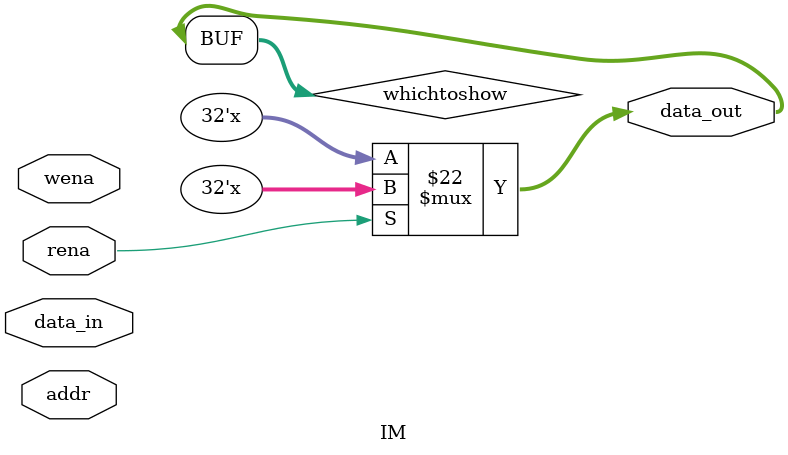
<source format=v>
module IM(
        input wena,
        input rena,
        input [31:0] addr,
        input [31:0] data_in,
        output [31:0] data_out
        );
    
    reg [31:0] state [0:4294967295];
    reg [31:0] whichtoshow;
     initial
     begin
     whichtoshow=32'bz;
     end


    always   @(addr)
    begin
        if(wena) 
        begin
            if(addr!=0) state[addr]<=data_in;
        end
         if(rena)
         whichtoshow=state[addr];
         else
         whichtoshow=32'bz;
    end 
assign data_out=whichtoshow;
    
endmodule

</source>
